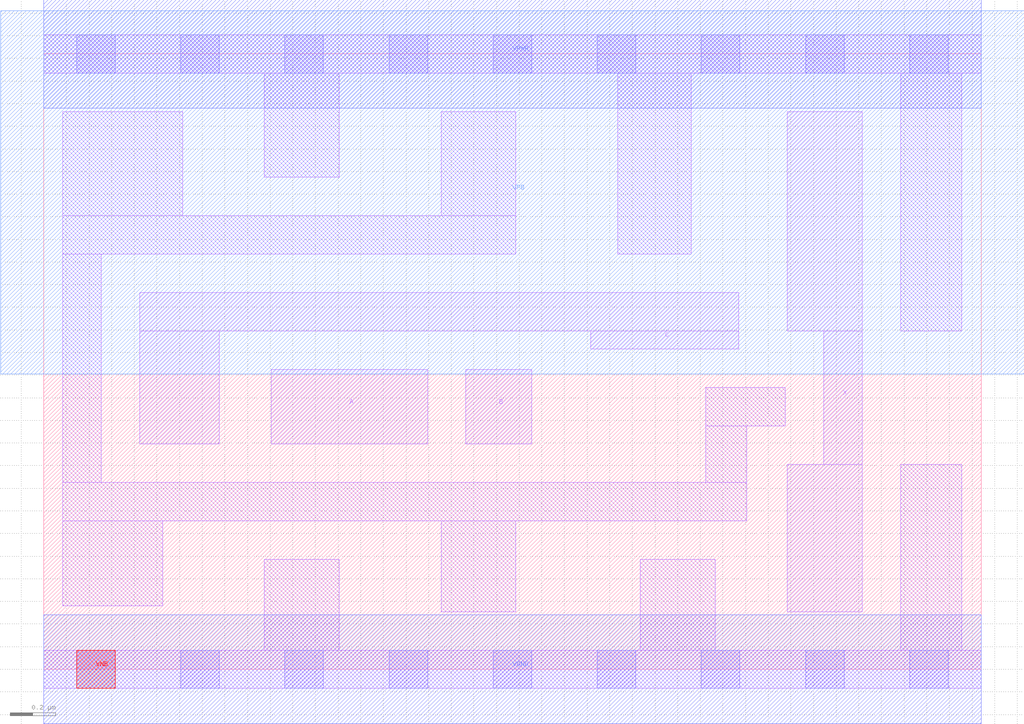
<source format=lef>
# Copyright 2020 The SkyWater PDK Authors
#
# Licensed under the Apache License, Version 2.0 (the "License");
# you may not use this file except in compliance with the License.
# You may obtain a copy of the License at
#
#     https://www.apache.org/licenses/LICENSE-2.0
#
# Unless required by applicable law or agreed to in writing, software
# distributed under the License is distributed on an "AS IS" BASIS,
# WITHOUT WARRANTIES OR CONDITIONS OF ANY KIND, either express or implied.
# See the License for the specific language governing permissions and
# limitations under the License.
#
# SPDX-License-Identifier: Apache-2.0

VERSION 5.7 ;
  NOWIREEXTENSIONATPIN ON ;
  DIVIDERCHAR "/" ;
  BUSBITCHARS "[]" ;
MACRO sky130_fd_sc_hd__maj3_2
  CLASS CORE ;
  FOREIGN sky130_fd_sc_hd__maj3_2 ;
  ORIGIN  0.000000  0.000000 ;
  SIZE  4.140000 BY  2.720000 ;
  SYMMETRY X Y R90 ;
  SITE unithd ;
  PIN A
    ANTENNAGATEAREA  0.318000 ;
    DIRECTION INPUT ;
    USE SIGNAL ;
    PORT
      LAYER li1 ;
        RECT 1.005000 0.995000 1.695000 1.325000 ;
    END
  END A
  PIN B
    ANTENNAGATEAREA  0.318000 ;
    DIRECTION INPUT ;
    USE SIGNAL ;
    PORT
      LAYER li1 ;
        RECT 1.865000 0.995000 2.155000 1.325000 ;
    END
  END B
  PIN C
    ANTENNAGATEAREA  0.318000 ;
    DIRECTION INPUT ;
    USE SIGNAL ;
    PORT
      LAYER li1 ;
        RECT 0.425000 0.995000 0.775000 1.495000 ;
        RECT 0.425000 1.495000 3.070000 1.665000 ;
        RECT 2.415000 1.415000 3.070000 1.495000 ;
    END
  END C
  PIN VNB
    PORT
      LAYER pwell ;
        RECT 0.145000 -0.085000 0.315000 0.085000 ;
    END
  END VNB
  PIN VPB
    PORT
      LAYER nwell ;
        RECT -0.190000 1.305000 4.330000 2.910000 ;
    END
  END VPB
  PIN X
    ANTENNADIFFAREA  0.445500 ;
    DIRECTION OUTPUT ;
    USE SIGNAL ;
    PORT
      LAYER li1 ;
        RECT 3.285000 0.255000 3.615000 0.905000 ;
        RECT 3.285000 1.495000 3.615000 2.465000 ;
        RECT 3.445000 0.905000 3.615000 1.495000 ;
    END
  END X
  PIN VGND
    DIRECTION INOUT ;
    SHAPE ABUTMENT ;
    USE GROUND ;
    PORT
      LAYER met1 ;
        RECT 0.000000 -0.240000 4.140000 0.240000 ;
    END
  END VGND
  PIN VPWR
    DIRECTION INOUT ;
    SHAPE ABUTMENT ;
    USE POWER ;
    PORT
      LAYER met1 ;
        RECT 0.000000 2.480000 4.140000 2.960000 ;
    END
  END VPWR
  OBS
    LAYER li1 ;
      RECT 0.000000 -0.085000 4.140000 0.085000 ;
      RECT 0.000000  2.635000 4.140000 2.805000 ;
      RECT 0.085000  0.280000 0.525000 0.655000 ;
      RECT 0.085000  0.655000 3.105000 0.825000 ;
      RECT 0.085000  0.825000 0.255000 1.835000 ;
      RECT 0.085000  1.835000 2.085000 2.005000 ;
      RECT 0.085000  2.005000 0.615000 2.465000 ;
      RECT 0.975000  0.085000 1.305000 0.485000 ;
      RECT 0.975000  2.175000 1.305000 2.635000 ;
      RECT 1.755000  0.255000 2.085000 0.655000 ;
      RECT 1.755000  2.005000 2.085000 2.465000 ;
      RECT 2.535000  1.835000 2.860000 2.635000 ;
      RECT 2.635000  0.085000 2.965000 0.485000 ;
      RECT 2.925000  0.825000 3.105000 1.075000 ;
      RECT 2.925000  1.075000 3.275000 1.245000 ;
      RECT 3.785000  0.085000 4.055000 0.905000 ;
      RECT 3.785000  1.495000 4.055000 2.635000 ;
    LAYER mcon ;
      RECT 0.145000 -0.085000 0.315000 0.085000 ;
      RECT 0.145000  2.635000 0.315000 2.805000 ;
      RECT 0.605000 -0.085000 0.775000 0.085000 ;
      RECT 0.605000  2.635000 0.775000 2.805000 ;
      RECT 1.065000 -0.085000 1.235000 0.085000 ;
      RECT 1.065000  2.635000 1.235000 2.805000 ;
      RECT 1.525000 -0.085000 1.695000 0.085000 ;
      RECT 1.525000  2.635000 1.695000 2.805000 ;
      RECT 1.985000 -0.085000 2.155000 0.085000 ;
      RECT 1.985000  2.635000 2.155000 2.805000 ;
      RECT 2.445000 -0.085000 2.615000 0.085000 ;
      RECT 2.445000  2.635000 2.615000 2.805000 ;
      RECT 2.905000 -0.085000 3.075000 0.085000 ;
      RECT 2.905000  2.635000 3.075000 2.805000 ;
      RECT 3.365000 -0.085000 3.535000 0.085000 ;
      RECT 3.365000  2.635000 3.535000 2.805000 ;
      RECT 3.825000 -0.085000 3.995000 0.085000 ;
      RECT 3.825000  2.635000 3.995000 2.805000 ;
  END
END sky130_fd_sc_hd__maj3_2
END LIBRARY

</source>
